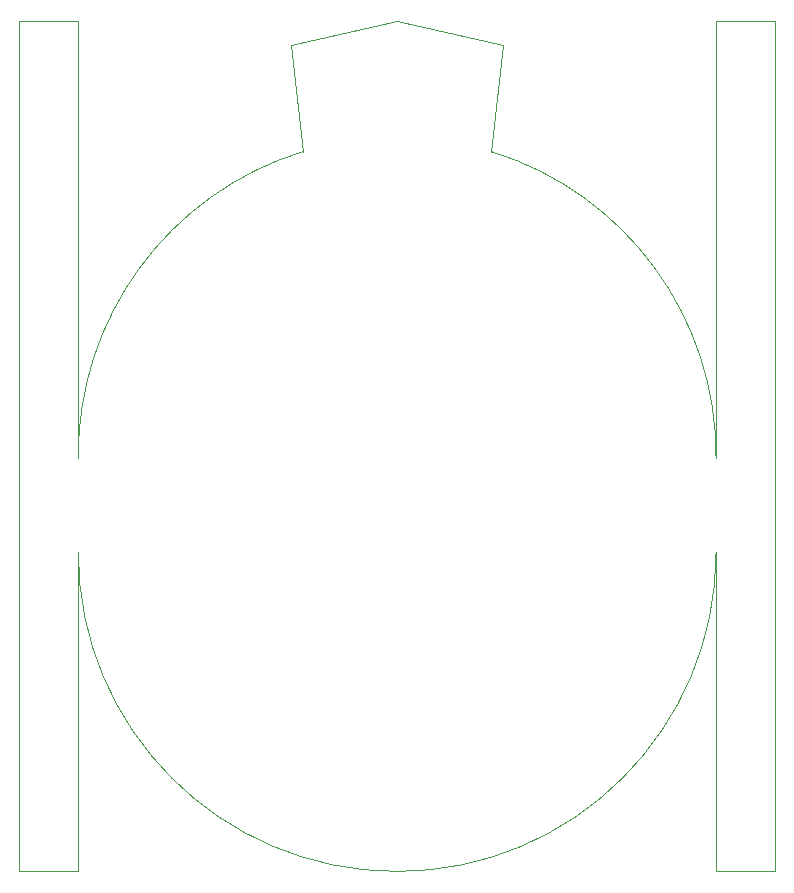
<source format=gbr>
%TF.GenerationSoftware,KiCad,Pcbnew,(5.1.12-1-10_14)*%
%TF.CreationDate,2021-12-01T14:47:09-05:00*%
%TF.ProjectId,blinky,626c696e-6b79-42e6-9b69-6361645f7063,rev?*%
%TF.SameCoordinates,Original*%
%TF.FileFunction,Profile,NP*%
%FSLAX46Y46*%
G04 Gerber Fmt 4.6, Leading zero omitted, Abs format (unit mm)*
G04 Created by KiCad (PCBNEW (5.1.12-1-10_14)) date 2021-12-01 14:47:09*
%MOMM*%
%LPD*%
G01*
G04 APERTURE LIST*
%TA.AperFunction,Profile*%
%ADD10C,0.050000*%
%TD*%
G04 APERTURE END LIST*
D10*
X163000000Y-41000000D02*
X163000000Y-78000000D01*
X158000000Y-41000000D02*
X163000000Y-41000000D01*
X158000000Y-113000000D02*
X158000000Y-41000000D01*
X163000000Y-113000000D02*
X158000000Y-113000000D01*
X163000000Y-86000000D02*
X163000000Y-113000000D01*
X217000000Y-41000000D02*
X217000000Y-78000000D01*
X222000000Y-41000000D02*
X217000000Y-41000000D01*
X222000000Y-113000000D02*
X222000000Y-41000000D01*
X217000000Y-113000000D02*
X222000000Y-113000000D01*
X182017346Y-52056376D02*
G75*
G03*
X163000000Y-78000000I7922972J-25749657D01*
G01*
X217000000Y-86000000D02*
X217000000Y-113000000D01*
X190000000Y-41000000D02*
X199000000Y-43000000D01*
X197982654Y-52056376D02*
G75*
G02*
X217000000Y-78000000I-7922972J-25749657D01*
G01*
X199000000Y-43000000D02*
X197982654Y-52056375D01*
X181000000Y-43000000D02*
X182017346Y-52056375D01*
X190000000Y-41000000D02*
X181000000Y-43000000D01*
X217000000Y-86000000D02*
G75*
G02*
X163000000Y-86000000I-27000000J0D01*
G01*
M02*

</source>
